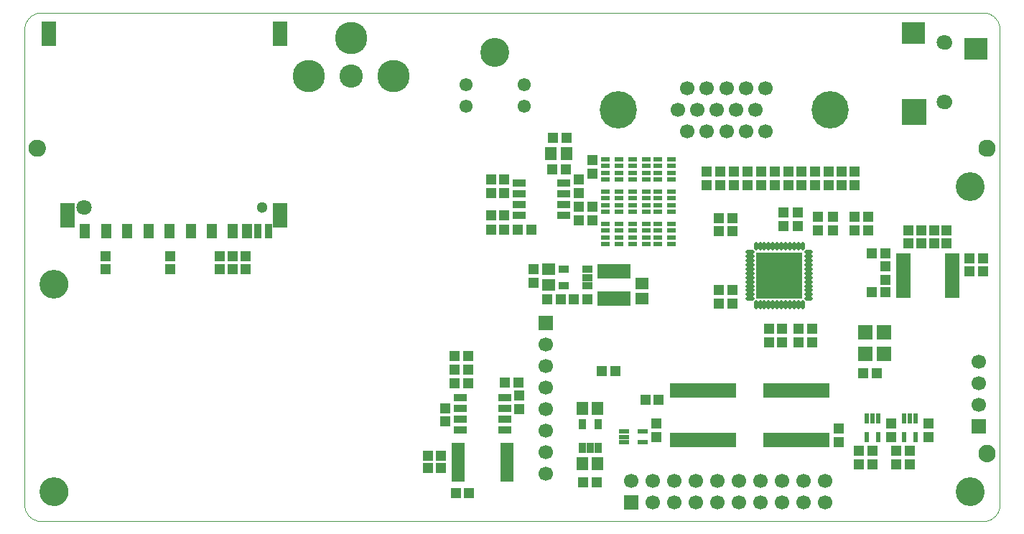
<source format=gts>
G75*
%MOMM*%
%OFA0B0*%
%FSLAX33Y33*%
%IPPOS*%
%LPD*%
%AMOC8*
5,1,8,0,0,1.08239X$1,22.5*
%
%ADD10C,0.000*%
%ADD11C,3.400*%
%ADD12R,1.200X1.150*%
%ADD13R,1.350X1.650*%
%ADD14R,1.700X1.800*%
%ADD15R,1.150X1.200*%
%ADD16R,5.500X5.500*%
%ADD17C,0.500*%
%ADD18R,1.550X0.910*%
%ADD19R,1.200X0.910*%
%ADD20R,1.650X1.350*%
%ADD21R,3.900X1.800*%
%ADD22R,0.650X1.700*%
%ADD23C,1.700*%
%ADD24R,1.700X1.700*%
%ADD25R,1.150X0.600*%
%ADD26C,1.000*%
%ADD27R,1.000X0.600*%
%ADD28C,4.396*%
%ADD29C,3.816*%
%ADD30C,2.750*%
%ADD31R,0.910X1.200*%
%ADD32R,2.750X2.600*%
%ADD33R,2.950X3.100*%
%ADD34C,1.800*%
%ADD35C,3.416*%
%ADD36C,1.550*%
%ADD37R,1.700X0.650*%
%ADD38R,1.700X3.000*%
%ADD39C,1.300*%
%ADD40R,1.200X1.700*%
%ADD41R,0.900X1.700*%
%ADD42R,1.650X0.650*%
%ADD43R,0.600X1.150*%
D10*
X02354Y00354D02*
X113354Y00354D01*
X113441Y00356D01*
X113528Y00362D01*
X113615Y00371D01*
X113701Y00384D01*
X113787Y00401D01*
X113872Y00422D01*
X113955Y00447D01*
X114038Y00475D01*
X114119Y00506D01*
X114199Y00541D01*
X114277Y00580D01*
X114354Y00622D01*
X114429Y00667D01*
X114501Y00716D01*
X114572Y00767D01*
X114640Y00822D01*
X114705Y00879D01*
X114768Y00940D01*
X114829Y01003D01*
X114886Y01068D01*
X114941Y01136D01*
X114992Y01207D01*
X115041Y01279D01*
X115086Y01354D01*
X115128Y01431D01*
X115167Y01509D01*
X115202Y01589D01*
X115233Y01670D01*
X115261Y01753D01*
X115286Y01836D01*
X115307Y01921D01*
X115324Y02007D01*
X115337Y02093D01*
X115346Y02180D01*
X115352Y02267D01*
X115354Y02354D01*
X115354Y58354D01*
X115352Y58441D01*
X115346Y58528D01*
X115337Y58615D01*
X115324Y58701D01*
X115307Y58787D01*
X115286Y58872D01*
X115261Y58955D01*
X115233Y59038D01*
X115202Y59119D01*
X115167Y59199D01*
X115128Y59277D01*
X115086Y59354D01*
X115041Y59429D01*
X114992Y59501D01*
X114941Y59572D01*
X114886Y59640D01*
X114829Y59705D01*
X114768Y59768D01*
X114705Y59829D01*
X114640Y59886D01*
X114572Y59941D01*
X114501Y59992D01*
X114429Y60041D01*
X114354Y60086D01*
X114277Y60128D01*
X114199Y60167D01*
X114119Y60202D01*
X114038Y60233D01*
X113955Y60261D01*
X113872Y60286D01*
X113787Y60307D01*
X113701Y60324D01*
X113615Y60337D01*
X113528Y60346D01*
X113441Y60352D01*
X113354Y60354D01*
X02354Y60354D01*
X02267Y60352D01*
X02180Y60346D01*
X02093Y60337D01*
X02007Y60324D01*
X01921Y60307D01*
X01836Y60286D01*
X01753Y60261D01*
X01670Y60233D01*
X01589Y60202D01*
X01509Y60167D01*
X01431Y60128D01*
X01354Y60086D01*
X01279Y60041D01*
X01207Y59992D01*
X01136Y59941D01*
X01068Y59886D01*
X01003Y59829D01*
X00940Y59768D01*
X00879Y59705D01*
X00822Y59640D01*
X00767Y59572D01*
X00716Y59501D01*
X00667Y59429D01*
X00622Y59354D01*
X00580Y59277D01*
X00541Y59199D01*
X00506Y59119D01*
X00475Y59038D01*
X00447Y58955D01*
X00422Y58872D01*
X00401Y58787D01*
X00384Y58701D01*
X00371Y58615D01*
X00362Y58528D01*
X00356Y58441D01*
X00354Y58354D01*
X00354Y02354D01*
X00356Y02267D01*
X00362Y02180D01*
X00371Y02093D01*
X00384Y02007D01*
X00401Y01921D01*
X00422Y01836D01*
X00447Y01753D01*
X00475Y01670D01*
X00506Y01589D01*
X00541Y01509D01*
X00580Y01431D01*
X00622Y01354D01*
X00667Y01279D01*
X00716Y01207D01*
X00767Y01136D01*
X00822Y01068D01*
X00879Y01003D01*
X00940Y00940D01*
X01003Y00879D01*
X01068Y00822D01*
X01136Y00767D01*
X01207Y00716D01*
X01279Y00667D01*
X01354Y00622D01*
X01431Y00580D01*
X01509Y00541D01*
X01589Y00506D01*
X01670Y00475D01*
X01753Y00447D01*
X01836Y00422D01*
X01921Y00401D01*
X02007Y00384D01*
X02093Y00371D01*
X02180Y00362D01*
X02267Y00356D01*
X02354Y00354D01*
X02254Y03854D02*
X02256Y03934D01*
X02262Y04013D01*
X02272Y04092D01*
X02286Y04171D01*
X02303Y04249D01*
X02325Y04326D01*
X02350Y04401D01*
X02380Y04475D01*
X02412Y04548D01*
X02449Y04619D01*
X02489Y04688D01*
X02532Y04755D01*
X02579Y04820D01*
X02628Y04882D01*
X02681Y04942D01*
X02737Y04999D01*
X02795Y05054D01*
X02856Y05105D01*
X02920Y05153D01*
X02986Y05198D01*
X03054Y05240D01*
X03124Y05278D01*
X03196Y05312D01*
X03269Y05343D01*
X03344Y05371D01*
X03421Y05394D01*
X03498Y05414D01*
X03576Y05430D01*
X03655Y05442D01*
X03734Y05450D01*
X03814Y05454D01*
X03894Y05454D01*
X03974Y05450D01*
X04053Y05442D01*
X04132Y05430D01*
X04210Y05414D01*
X04287Y05394D01*
X04364Y05371D01*
X04439Y05343D01*
X04512Y05312D01*
X04584Y05278D01*
X04654Y05240D01*
X04722Y05198D01*
X04788Y05153D01*
X04852Y05105D01*
X04913Y05054D01*
X04971Y04999D01*
X05027Y04942D01*
X05080Y04882D01*
X05129Y04820D01*
X05176Y04755D01*
X05219Y04688D01*
X05259Y04619D01*
X05296Y04548D01*
X05328Y04475D01*
X05358Y04401D01*
X05383Y04326D01*
X05405Y04249D01*
X05422Y04171D01*
X05436Y04092D01*
X05446Y04013D01*
X05452Y03934D01*
X05454Y03854D01*
X05452Y03774D01*
X05446Y03695D01*
X05436Y03616D01*
X05422Y03537D01*
X05405Y03459D01*
X05383Y03382D01*
X05358Y03307D01*
X05328Y03233D01*
X05296Y03160D01*
X05259Y03089D01*
X05219Y03020D01*
X05176Y02953D01*
X05129Y02888D01*
X05080Y02826D01*
X05027Y02766D01*
X04971Y02709D01*
X04913Y02654D01*
X04852Y02603D01*
X04788Y02555D01*
X04722Y02510D01*
X04654Y02468D01*
X04584Y02430D01*
X04512Y02396D01*
X04439Y02365D01*
X04364Y02337D01*
X04287Y02314D01*
X04210Y02294D01*
X04132Y02278D01*
X04053Y02266D01*
X03974Y02258D01*
X03894Y02254D01*
X03814Y02254D01*
X03734Y02258D01*
X03655Y02266D01*
X03576Y02278D01*
X03498Y02294D01*
X03421Y02314D01*
X03344Y02337D01*
X03269Y02365D01*
X03196Y02396D01*
X03124Y02430D01*
X03054Y02468D01*
X02986Y02510D01*
X02920Y02555D01*
X02856Y02603D01*
X02795Y02654D01*
X02737Y02709D01*
X02681Y02766D01*
X02628Y02826D01*
X02579Y02888D01*
X02532Y02953D01*
X02489Y03020D01*
X02449Y03089D01*
X02412Y03160D01*
X02380Y03233D01*
X02350Y03307D01*
X02325Y03382D01*
X02303Y03459D01*
X02286Y03537D01*
X02272Y03616D01*
X02262Y03695D01*
X02256Y03774D01*
X02254Y03854D01*
X02254Y28354D02*
X02256Y28434D01*
X02262Y28513D01*
X02272Y28592D01*
X02286Y28671D01*
X02303Y28749D01*
X02325Y28826D01*
X02350Y28901D01*
X02380Y28975D01*
X02412Y29048D01*
X02449Y29119D01*
X02489Y29188D01*
X02532Y29255D01*
X02579Y29320D01*
X02628Y29382D01*
X02681Y29442D01*
X02737Y29499D01*
X02795Y29554D01*
X02856Y29605D01*
X02920Y29653D01*
X02986Y29698D01*
X03054Y29740D01*
X03124Y29778D01*
X03196Y29812D01*
X03269Y29843D01*
X03344Y29871D01*
X03421Y29894D01*
X03498Y29914D01*
X03576Y29930D01*
X03655Y29942D01*
X03734Y29950D01*
X03814Y29954D01*
X03894Y29954D01*
X03974Y29950D01*
X04053Y29942D01*
X04132Y29930D01*
X04210Y29914D01*
X04287Y29894D01*
X04364Y29871D01*
X04439Y29843D01*
X04512Y29812D01*
X04584Y29778D01*
X04654Y29740D01*
X04722Y29698D01*
X04788Y29653D01*
X04852Y29605D01*
X04913Y29554D01*
X04971Y29499D01*
X05027Y29442D01*
X05080Y29382D01*
X05129Y29320D01*
X05176Y29255D01*
X05219Y29188D01*
X05259Y29119D01*
X05296Y29048D01*
X05328Y28975D01*
X05358Y28901D01*
X05383Y28826D01*
X05405Y28749D01*
X05422Y28671D01*
X05436Y28592D01*
X05446Y28513D01*
X05452Y28434D01*
X05454Y28354D01*
X05452Y28274D01*
X05446Y28195D01*
X05436Y28116D01*
X05422Y28037D01*
X05405Y27959D01*
X05383Y27882D01*
X05358Y27807D01*
X05328Y27733D01*
X05296Y27660D01*
X05259Y27589D01*
X05219Y27520D01*
X05176Y27453D01*
X05129Y27388D01*
X05080Y27326D01*
X05027Y27266D01*
X04971Y27209D01*
X04913Y27154D01*
X04852Y27103D01*
X04788Y27055D01*
X04722Y27010D01*
X04654Y26968D01*
X04584Y26930D01*
X04512Y26896D01*
X04439Y26865D01*
X04364Y26837D01*
X04287Y26814D01*
X04210Y26794D01*
X04132Y26778D01*
X04053Y26766D01*
X03974Y26758D01*
X03894Y26754D01*
X03814Y26754D01*
X03734Y26758D01*
X03655Y26766D01*
X03576Y26778D01*
X03498Y26794D01*
X03421Y26814D01*
X03344Y26837D01*
X03269Y26865D01*
X03196Y26896D01*
X03124Y26930D01*
X03054Y26968D01*
X02986Y27010D01*
X02920Y27055D01*
X02856Y27103D01*
X02795Y27154D01*
X02737Y27209D01*
X02681Y27266D01*
X02628Y27326D01*
X02579Y27388D01*
X02532Y27453D01*
X02489Y27520D01*
X02449Y27589D01*
X02412Y27660D01*
X02380Y27733D01*
X02350Y27807D01*
X02325Y27882D01*
X02303Y27959D01*
X02286Y28037D01*
X02272Y28116D01*
X02262Y28195D01*
X02256Y28274D01*
X02254Y28354D01*
X06554Y37404D02*
X06556Y37460D01*
X06562Y37517D01*
X06572Y37572D01*
X06586Y37627D01*
X06603Y37681D01*
X06625Y37733D01*
X06650Y37783D01*
X06678Y37832D01*
X06710Y37879D01*
X06745Y37923D01*
X06783Y37965D01*
X06824Y38004D01*
X06868Y38039D01*
X06914Y38072D01*
X06962Y38101D01*
X07012Y38127D01*
X07064Y38150D01*
X07118Y38168D01*
X07172Y38183D01*
X07227Y38194D01*
X07283Y38201D01*
X07340Y38204D01*
X07396Y38203D01*
X07453Y38198D01*
X07508Y38189D01*
X07563Y38176D01*
X07617Y38159D01*
X07670Y38139D01*
X07721Y38115D01*
X07770Y38087D01*
X07817Y38056D01*
X07862Y38022D01*
X07905Y37984D01*
X07944Y37944D01*
X07981Y37901D01*
X08014Y37856D01*
X08044Y37808D01*
X08071Y37758D01*
X08094Y37707D01*
X08114Y37654D01*
X08130Y37600D01*
X08142Y37544D01*
X08150Y37489D01*
X08154Y37432D01*
X08154Y37376D01*
X08150Y37319D01*
X08142Y37264D01*
X08130Y37208D01*
X08114Y37154D01*
X08094Y37101D01*
X08071Y37050D01*
X08044Y37000D01*
X08014Y36952D01*
X07981Y36907D01*
X07944Y36864D01*
X07905Y36824D01*
X07862Y36786D01*
X07817Y36752D01*
X07770Y36721D01*
X07721Y36693D01*
X07670Y36669D01*
X07617Y36649D01*
X07563Y36632D01*
X07508Y36619D01*
X07453Y36610D01*
X07396Y36605D01*
X07340Y36604D01*
X07283Y36607D01*
X07227Y36614D01*
X07172Y36625D01*
X07118Y36640D01*
X07064Y36658D01*
X07012Y36681D01*
X06962Y36707D01*
X06914Y36736D01*
X06868Y36769D01*
X06824Y36804D01*
X06783Y36843D01*
X06745Y36885D01*
X06710Y36929D01*
X06678Y36976D01*
X06650Y37025D01*
X06625Y37075D01*
X06603Y37127D01*
X06586Y37181D01*
X06572Y37236D01*
X06562Y37291D01*
X06556Y37348D01*
X06554Y37404D01*
X27804Y37404D02*
X27806Y37451D01*
X27812Y37497D01*
X27822Y37543D01*
X27835Y37587D01*
X27853Y37631D01*
X27874Y37672D01*
X27898Y37712D01*
X27926Y37750D01*
X27957Y37785D01*
X27991Y37817D01*
X28027Y37846D01*
X28066Y37872D01*
X28106Y37895D01*
X28149Y37914D01*
X28193Y37930D01*
X28238Y37942D01*
X28284Y37950D01*
X28331Y37954D01*
X28377Y37954D01*
X28424Y37950D01*
X28470Y37942D01*
X28515Y37930D01*
X28559Y37914D01*
X28602Y37895D01*
X28642Y37872D01*
X28681Y37846D01*
X28717Y37817D01*
X28751Y37785D01*
X28782Y37750D01*
X28810Y37712D01*
X28834Y37672D01*
X28855Y37631D01*
X28873Y37587D01*
X28886Y37543D01*
X28896Y37497D01*
X28902Y37451D01*
X28904Y37404D01*
X28902Y37357D01*
X28896Y37311D01*
X28886Y37265D01*
X28873Y37221D01*
X28855Y37177D01*
X28834Y37136D01*
X28810Y37096D01*
X28782Y37058D01*
X28751Y37023D01*
X28717Y36991D01*
X28681Y36962D01*
X28642Y36936D01*
X28602Y36913D01*
X28559Y36894D01*
X28515Y36878D01*
X28470Y36866D01*
X28424Y36858D01*
X28377Y36854D01*
X28331Y36854D01*
X28284Y36858D01*
X28238Y36866D01*
X28193Y36878D01*
X28149Y36894D01*
X28106Y36913D01*
X28066Y36936D01*
X28027Y36962D01*
X27991Y36991D01*
X27957Y37023D01*
X27926Y37058D01*
X27898Y37096D01*
X27874Y37136D01*
X27853Y37177D01*
X27835Y37221D01*
X27822Y37265D01*
X27812Y37311D01*
X27806Y37357D01*
X27804Y37404D01*
X108054Y49854D02*
X108056Y49910D01*
X108062Y49967D01*
X108072Y50022D01*
X108086Y50077D01*
X108103Y50131D01*
X108125Y50183D01*
X108150Y50233D01*
X108178Y50282D01*
X108210Y50329D01*
X108245Y50373D01*
X108283Y50415D01*
X108324Y50454D01*
X108368Y50489D01*
X108414Y50522D01*
X108462Y50551D01*
X108512Y50577D01*
X108564Y50600D01*
X108618Y50618D01*
X108672Y50633D01*
X108727Y50644D01*
X108783Y50651D01*
X108840Y50654D01*
X108896Y50653D01*
X108953Y50648D01*
X109008Y50639D01*
X109063Y50626D01*
X109117Y50609D01*
X109170Y50589D01*
X109221Y50565D01*
X109270Y50537D01*
X109317Y50506D01*
X109362Y50472D01*
X109405Y50434D01*
X109444Y50394D01*
X109481Y50351D01*
X109514Y50306D01*
X109544Y50258D01*
X109571Y50208D01*
X109594Y50157D01*
X109614Y50104D01*
X109630Y50050D01*
X109642Y49994D01*
X109650Y49939D01*
X109654Y49882D01*
X109654Y49826D01*
X109650Y49769D01*
X109642Y49714D01*
X109630Y49658D01*
X109614Y49604D01*
X109594Y49551D01*
X109571Y49500D01*
X109544Y49450D01*
X109514Y49402D01*
X109481Y49357D01*
X109444Y49314D01*
X109405Y49274D01*
X109362Y49236D01*
X109317Y49202D01*
X109270Y49171D01*
X109221Y49143D01*
X109170Y49119D01*
X109117Y49099D01*
X109063Y49082D01*
X109008Y49069D01*
X108953Y49060D01*
X108896Y49055D01*
X108840Y49054D01*
X108783Y49057D01*
X108727Y49064D01*
X108672Y49075D01*
X108618Y49090D01*
X108564Y49108D01*
X108512Y49131D01*
X108462Y49157D01*
X108414Y49186D01*
X108368Y49219D01*
X108324Y49254D01*
X108283Y49293D01*
X108245Y49335D01*
X108210Y49379D01*
X108178Y49426D01*
X108150Y49475D01*
X108125Y49525D01*
X108103Y49577D01*
X108086Y49631D01*
X108072Y49686D01*
X108062Y49741D01*
X108056Y49798D01*
X108054Y49854D01*
X108054Y56854D02*
X108056Y56910D01*
X108062Y56967D01*
X108072Y57022D01*
X108086Y57077D01*
X108103Y57131D01*
X108125Y57183D01*
X108150Y57233D01*
X108178Y57282D01*
X108210Y57329D01*
X108245Y57373D01*
X108283Y57415D01*
X108324Y57454D01*
X108368Y57489D01*
X108414Y57522D01*
X108462Y57551D01*
X108512Y57577D01*
X108564Y57600D01*
X108618Y57618D01*
X108672Y57633D01*
X108727Y57644D01*
X108783Y57651D01*
X108840Y57654D01*
X108896Y57653D01*
X108953Y57648D01*
X109008Y57639D01*
X109063Y57626D01*
X109117Y57609D01*
X109170Y57589D01*
X109221Y57565D01*
X109270Y57537D01*
X109317Y57506D01*
X109362Y57472D01*
X109405Y57434D01*
X109444Y57394D01*
X109481Y57351D01*
X109514Y57306D01*
X109544Y57258D01*
X109571Y57208D01*
X109594Y57157D01*
X109614Y57104D01*
X109630Y57050D01*
X109642Y56994D01*
X109650Y56939D01*
X109654Y56882D01*
X109654Y56826D01*
X109650Y56769D01*
X109642Y56714D01*
X109630Y56658D01*
X109614Y56604D01*
X109594Y56551D01*
X109571Y56500D01*
X109544Y56450D01*
X109514Y56402D01*
X109481Y56357D01*
X109444Y56314D01*
X109405Y56274D01*
X109362Y56236D01*
X109317Y56202D01*
X109270Y56171D01*
X109221Y56143D01*
X109170Y56119D01*
X109117Y56099D01*
X109063Y56082D01*
X109008Y56069D01*
X108953Y56060D01*
X108896Y56055D01*
X108840Y56054D01*
X108783Y56057D01*
X108727Y56064D01*
X108672Y56075D01*
X108618Y56090D01*
X108564Y56108D01*
X108512Y56131D01*
X108462Y56157D01*
X108414Y56186D01*
X108368Y56219D01*
X108324Y56254D01*
X108283Y56293D01*
X108245Y56335D01*
X108210Y56379D01*
X108178Y56426D01*
X108150Y56475D01*
X108125Y56525D01*
X108103Y56577D01*
X108086Y56631D01*
X108072Y56686D01*
X108062Y56741D01*
X108056Y56798D01*
X108054Y56854D01*
X110254Y39854D02*
X110256Y39934D01*
X110262Y40013D01*
X110272Y40092D01*
X110286Y40171D01*
X110303Y40249D01*
X110325Y40326D01*
X110350Y40401D01*
X110380Y40475D01*
X110412Y40548D01*
X110449Y40619D01*
X110489Y40688D01*
X110532Y40755D01*
X110579Y40820D01*
X110628Y40882D01*
X110681Y40942D01*
X110737Y40999D01*
X110795Y41054D01*
X110856Y41105D01*
X110920Y41153D01*
X110986Y41198D01*
X111054Y41240D01*
X111124Y41278D01*
X111196Y41312D01*
X111269Y41343D01*
X111344Y41371D01*
X111421Y41394D01*
X111498Y41414D01*
X111576Y41430D01*
X111655Y41442D01*
X111734Y41450D01*
X111814Y41454D01*
X111894Y41454D01*
X111974Y41450D01*
X112053Y41442D01*
X112132Y41430D01*
X112210Y41414D01*
X112287Y41394D01*
X112364Y41371D01*
X112439Y41343D01*
X112512Y41312D01*
X112584Y41278D01*
X112654Y41240D01*
X112722Y41198D01*
X112788Y41153D01*
X112852Y41105D01*
X112913Y41054D01*
X112971Y40999D01*
X113027Y40942D01*
X113080Y40882D01*
X113129Y40820D01*
X113176Y40755D01*
X113219Y40688D01*
X113259Y40619D01*
X113296Y40548D01*
X113328Y40475D01*
X113358Y40401D01*
X113383Y40326D01*
X113405Y40249D01*
X113422Y40171D01*
X113436Y40092D01*
X113446Y40013D01*
X113452Y39934D01*
X113454Y39854D01*
X113452Y39774D01*
X113446Y39695D01*
X113436Y39616D01*
X113422Y39537D01*
X113405Y39459D01*
X113383Y39382D01*
X113358Y39307D01*
X113328Y39233D01*
X113296Y39160D01*
X113259Y39089D01*
X113219Y39020D01*
X113176Y38953D01*
X113129Y38888D01*
X113080Y38826D01*
X113027Y38766D01*
X112971Y38709D01*
X112913Y38654D01*
X112852Y38603D01*
X112788Y38555D01*
X112722Y38510D01*
X112654Y38468D01*
X112584Y38430D01*
X112512Y38396D01*
X112439Y38365D01*
X112364Y38337D01*
X112287Y38314D01*
X112210Y38294D01*
X112132Y38278D01*
X112053Y38266D01*
X111974Y38258D01*
X111894Y38254D01*
X111814Y38254D01*
X111734Y38258D01*
X111655Y38266D01*
X111576Y38278D01*
X111498Y38294D01*
X111421Y38314D01*
X111344Y38337D01*
X111269Y38365D01*
X111196Y38396D01*
X111124Y38430D01*
X111054Y38468D01*
X110986Y38510D01*
X110920Y38555D01*
X110856Y38603D01*
X110795Y38654D01*
X110737Y38709D01*
X110681Y38766D01*
X110628Y38826D01*
X110579Y38888D01*
X110532Y38953D01*
X110489Y39020D01*
X110449Y39089D01*
X110412Y39160D01*
X110380Y39233D01*
X110350Y39307D01*
X110325Y39382D01*
X110303Y39459D01*
X110286Y39537D01*
X110272Y39616D01*
X110262Y39695D01*
X110256Y39774D01*
X110254Y39854D01*
X110254Y03854D02*
X110256Y03934D01*
X110262Y04013D01*
X110272Y04092D01*
X110286Y04171D01*
X110303Y04249D01*
X110325Y04326D01*
X110350Y04401D01*
X110380Y04475D01*
X110412Y04548D01*
X110449Y04619D01*
X110489Y04688D01*
X110532Y04755D01*
X110579Y04820D01*
X110628Y04882D01*
X110681Y04942D01*
X110737Y04999D01*
X110795Y05054D01*
X110856Y05105D01*
X110920Y05153D01*
X110986Y05198D01*
X111054Y05240D01*
X111124Y05278D01*
X111196Y05312D01*
X111269Y05343D01*
X111344Y05371D01*
X111421Y05394D01*
X111498Y05414D01*
X111576Y05430D01*
X111655Y05442D01*
X111734Y05450D01*
X111814Y05454D01*
X111894Y05454D01*
X111974Y05450D01*
X112053Y05442D01*
X112132Y05430D01*
X112210Y05414D01*
X112287Y05394D01*
X112364Y05371D01*
X112439Y05343D01*
X112512Y05312D01*
X112584Y05278D01*
X112654Y05240D01*
X112722Y05198D01*
X112788Y05153D01*
X112852Y05105D01*
X112913Y05054D01*
X112971Y04999D01*
X113027Y04942D01*
X113080Y04882D01*
X113129Y04820D01*
X113176Y04755D01*
X113219Y04688D01*
X113259Y04619D01*
X113296Y04548D01*
X113328Y04475D01*
X113358Y04401D01*
X113383Y04326D01*
X113405Y04249D01*
X113422Y04171D01*
X113436Y04092D01*
X113446Y04013D01*
X113452Y03934D01*
X113454Y03854D01*
X113452Y03774D01*
X113446Y03695D01*
X113436Y03616D01*
X113422Y03537D01*
X113405Y03459D01*
X113383Y03382D01*
X113358Y03307D01*
X113328Y03233D01*
X113296Y03160D01*
X113259Y03089D01*
X113219Y03020D01*
X113176Y02953D01*
X113129Y02888D01*
X113080Y02826D01*
X113027Y02766D01*
X112971Y02709D01*
X112913Y02654D01*
X112852Y02603D01*
X112788Y02555D01*
X112722Y02510D01*
X112654Y02468D01*
X112584Y02430D01*
X112512Y02396D01*
X112439Y02365D01*
X112364Y02337D01*
X112287Y02314D01*
X112210Y02294D01*
X112132Y02278D01*
X112053Y02266D01*
X111974Y02258D01*
X111894Y02254D01*
X111814Y02254D01*
X111734Y02258D01*
X111655Y02266D01*
X111576Y02278D01*
X111498Y02294D01*
X111421Y02314D01*
X111344Y02337D01*
X111269Y02365D01*
X111196Y02396D01*
X111124Y02430D01*
X111054Y02468D01*
X110986Y02510D01*
X110920Y02555D01*
X110856Y02603D01*
X110795Y02654D01*
X110737Y02709D01*
X110681Y02766D01*
X110628Y02826D01*
X110579Y02888D01*
X110532Y02953D01*
X110489Y03020D01*
X110449Y03089D01*
X110412Y03160D01*
X110380Y03233D01*
X110350Y03307D01*
X110325Y03382D01*
X110303Y03459D01*
X110286Y03537D01*
X110272Y03616D01*
X110262Y03695D01*
X110256Y03774D01*
X110254Y03854D01*
D11*
X111854Y03854D03*
X111854Y39854D03*
X03854Y28354D03*
X03854Y03854D03*
D12*
X09904Y30054D03*
X09904Y31654D03*
X17504Y31654D03*
X17504Y30054D03*
X23404Y30054D03*
X24904Y30054D03*
X26404Y30054D03*
X26404Y31654D03*
X24904Y31654D03*
X23404Y31654D03*
X50004Y13704D03*
X50004Y12104D03*
X58654Y13554D03*
X58654Y15154D03*
X74854Y11904D03*
X74854Y10304D03*
X88154Y21454D03*
X89654Y21454D03*
X91654Y21454D03*
X93204Y21454D03*
X93204Y23054D03*
X91654Y23054D03*
X89654Y23054D03*
X88154Y23054D03*
X101904Y28854D03*
X101904Y30454D03*
X104604Y33104D03*
X106104Y33104D03*
X107604Y33104D03*
X109104Y33104D03*
X109104Y34704D03*
X107604Y34704D03*
X106104Y34704D03*
X104604Y34704D03*
X99804Y34704D03*
X99804Y36304D03*
X98204Y36304D03*
X98204Y34704D03*
X95654Y34704D03*
X93954Y34704D03*
X93954Y36304D03*
X95654Y36304D03*
X91554Y36804D03*
X91554Y35204D03*
X89854Y35204D03*
X89854Y36804D03*
X90404Y40004D03*
X92004Y40004D03*
X93604Y40004D03*
X93604Y41604D03*
X92004Y41604D03*
X90404Y41604D03*
X88804Y41604D03*
X87204Y41604D03*
X87204Y40004D03*
X88804Y40004D03*
X85604Y40004D03*
X84004Y40004D03*
X82404Y40004D03*
X82404Y41604D03*
X84004Y41604D03*
X85604Y41604D03*
X80804Y41604D03*
X80804Y40004D03*
X67354Y41354D03*
X67354Y42954D03*
X65754Y40654D03*
X65754Y39054D03*
X65754Y37454D03*
X65754Y35854D03*
X67354Y35854D03*
X67354Y37454D03*
X60354Y30054D03*
X60354Y28454D03*
X56954Y39104D03*
X55354Y39104D03*
X55354Y40704D03*
X56954Y40704D03*
X95204Y40004D03*
X96704Y40004D03*
X98204Y40004D03*
X98204Y41604D03*
X96704Y41604D03*
X95204Y41604D03*
X102554Y11854D03*
X102554Y10254D03*
X103154Y08654D03*
X104754Y08654D03*
X104754Y07054D03*
X103154Y07054D03*
X100354Y07054D03*
X98754Y07054D03*
X98754Y08654D03*
X100354Y08654D03*
X96354Y09704D03*
X96354Y11304D03*
X106954Y11854D03*
X106954Y10254D03*
D13*
X67954Y07154D03*
X66154Y07154D03*
X66154Y13654D03*
X67954Y13654D03*
X64254Y43754D03*
X62454Y43754D03*
D14*
X99503Y22624D03*
X101703Y22624D03*
X101703Y20084D03*
X99503Y20084D03*
D15*
X99254Y17804D03*
X100854Y17804D03*
X100304Y27354D03*
X101904Y27354D03*
X101904Y31954D03*
X100304Y31954D03*
X111804Y31354D03*
X111804Y29854D03*
X113404Y29854D03*
X113404Y31354D03*
X83854Y34554D03*
X82254Y34554D03*
X82254Y36104D03*
X83854Y36104D03*
X83854Y27604D03*
X82254Y27604D03*
X82254Y26004D03*
X83854Y26004D03*
X70004Y18104D03*
X68404Y18104D03*
X73554Y14654D03*
X75154Y14654D03*
X67854Y04954D03*
X66254Y04954D03*
X52804Y03704D03*
X51204Y03704D03*
X49504Y06604D03*
X47904Y06604D03*
X47904Y08104D03*
X49504Y08104D03*
X51054Y16654D03*
X52654Y16654D03*
X52654Y18254D03*
X51054Y18254D03*
X51054Y19854D03*
X52654Y19854D03*
X57004Y16704D03*
X58604Y16704D03*
X62004Y26504D03*
X63604Y26504D03*
X65154Y26504D03*
X66754Y26504D03*
X60154Y34754D03*
X58554Y34754D03*
X56954Y34754D03*
X55354Y34754D03*
X55354Y36404D03*
X56954Y36404D03*
X62554Y41904D03*
X64154Y41904D03*
X64254Y45604D03*
X62654Y45604D03*
D16*
X89354Y29354D03*
D17*
X86179Y29104D02*
X85629Y29104D01*
X85629Y28604D02*
X86179Y28604D01*
X86179Y28104D02*
X85629Y28104D01*
X85629Y27604D02*
X86179Y27604D01*
X86179Y27104D02*
X85629Y27104D01*
X85629Y26604D02*
X86179Y26604D01*
X86604Y26179D02*
X86604Y25629D01*
X87104Y25629D02*
X87104Y26179D01*
X87604Y26179D02*
X87604Y25629D01*
X88104Y25629D02*
X88104Y26179D01*
X88604Y26179D02*
X88604Y25629D01*
X89104Y25629D02*
X89104Y26179D01*
X89604Y26179D02*
X89604Y25629D01*
X90104Y25629D02*
X90104Y26179D01*
X90604Y26179D02*
X90604Y25629D01*
X91104Y25629D02*
X91104Y26179D01*
X91604Y26179D02*
X91604Y25629D01*
X92104Y25629D02*
X92104Y26179D01*
X92529Y26604D02*
X93079Y26604D01*
X93079Y27104D02*
X92529Y27104D01*
X92529Y27604D02*
X93079Y27604D01*
X93079Y28104D02*
X92529Y28104D01*
X92529Y28604D02*
X93079Y28604D01*
X93079Y29104D02*
X92529Y29104D01*
X92529Y29604D02*
X93079Y29604D01*
X93079Y30104D02*
X92529Y30104D01*
X92529Y30604D02*
X93079Y30604D01*
X93079Y31104D02*
X92529Y31104D01*
X92529Y31604D02*
X93079Y31604D01*
X93079Y32104D02*
X92529Y32104D01*
X92104Y32529D02*
X92104Y33079D01*
X91604Y33079D02*
X91604Y32529D01*
X91104Y32529D02*
X91104Y33079D01*
X90604Y33079D02*
X90604Y32529D01*
X90104Y32529D02*
X90104Y33079D01*
X89604Y33079D02*
X89604Y32529D01*
X89104Y32529D02*
X89104Y33079D01*
X88604Y33079D02*
X88604Y32529D01*
X88104Y32529D02*
X88104Y33079D01*
X87604Y33079D02*
X87604Y32529D01*
X87104Y32529D02*
X87104Y33079D01*
X86604Y33079D02*
X86604Y32529D01*
X86179Y32104D02*
X85629Y32104D01*
X85629Y31604D02*
X86179Y31604D01*
X86179Y31104D02*
X85629Y31104D01*
X85629Y30604D02*
X86179Y30604D01*
X86179Y30104D02*
X85629Y30104D01*
X85629Y29604D02*
X86179Y29604D01*
D18*
X63979Y36449D03*
X63979Y37719D03*
X63979Y38989D03*
X63979Y40259D03*
X58729Y40259D03*
X58729Y38989D03*
X58729Y37719D03*
X58729Y36449D03*
X56979Y14959D03*
X56979Y13689D03*
X56979Y12419D03*
X56979Y11149D03*
X51729Y11149D03*
X51729Y12419D03*
X51729Y13689D03*
X51729Y14959D03*
D19*
X63954Y28154D03*
X66754Y28154D03*
X66754Y29104D03*
X66754Y30054D03*
X63954Y30054D03*
D20*
X62154Y30054D03*
X62154Y28254D03*
X73204Y28404D03*
X73204Y26604D03*
D21*
X69854Y26604D03*
X69854Y29804D03*
D22*
X76779Y15754D03*
X77429Y15754D03*
X78079Y15754D03*
X78729Y15754D03*
X79379Y15754D03*
X80029Y15754D03*
X80679Y15754D03*
X81329Y15754D03*
X81979Y15754D03*
X82629Y15754D03*
X83279Y15754D03*
X83929Y15754D03*
X87779Y15754D03*
X88429Y15754D03*
X89079Y15754D03*
X89729Y15754D03*
X90379Y15754D03*
X91029Y15754D03*
X91679Y15754D03*
X92329Y15754D03*
X92979Y15754D03*
X93629Y15754D03*
X94279Y15754D03*
X94929Y15754D03*
X94929Y09954D03*
X94279Y09954D03*
X93629Y09954D03*
X92979Y09954D03*
X92329Y09954D03*
X91679Y09954D03*
X91029Y09954D03*
X90379Y09954D03*
X89729Y09954D03*
X89079Y09954D03*
X88429Y09954D03*
X87779Y09954D03*
X83929Y09954D03*
X83279Y09954D03*
X82629Y09954D03*
X81979Y09954D03*
X81329Y09954D03*
X80679Y09954D03*
X80029Y09954D03*
X79379Y09954D03*
X78729Y09954D03*
X78079Y09954D03*
X77429Y09954D03*
X76779Y09954D03*
D23*
X77004Y05124D03*
X74464Y05124D03*
X71924Y05124D03*
X74464Y02584D03*
X77004Y02584D03*
X79544Y02584D03*
X82084Y02584D03*
X82084Y05124D03*
X79544Y05124D03*
X84624Y05124D03*
X87164Y05124D03*
X89704Y05124D03*
X92244Y05124D03*
X94784Y05124D03*
X94784Y02584D03*
X92244Y02584D03*
X89704Y02584D03*
X87164Y02584D03*
X84624Y02584D03*
X61854Y05964D03*
X61854Y08504D03*
X61854Y11044D03*
X61854Y13584D03*
X61854Y16124D03*
X61854Y18664D03*
X61854Y21204D03*
X78539Y46384D03*
X80829Y46384D03*
X83119Y46384D03*
X85409Y46384D03*
X87699Y46384D03*
X86559Y48924D03*
X84269Y48924D03*
X81979Y48924D03*
X79689Y48924D03*
X77399Y48924D03*
X78539Y51464D03*
X80829Y51464D03*
X83119Y51464D03*
X85409Y51464D03*
X87699Y51464D03*
X112854Y19164D03*
X112854Y16624D03*
X112854Y14084D03*
D24*
X112854Y11544D03*
X71924Y02584D03*
X61854Y23744D03*
D25*
X71054Y10954D03*
X71054Y10304D03*
X71054Y09654D03*
X73254Y09654D03*
X73254Y10954D03*
D26*
X113354Y08354D02*
X113356Y08398D01*
X113362Y08442D01*
X113372Y08485D01*
X113385Y08527D01*
X113402Y08568D01*
X113423Y08607D01*
X113447Y08644D01*
X113474Y08679D01*
X113504Y08711D01*
X113537Y08741D01*
X113573Y08767D01*
X113610Y08791D01*
X113650Y08810D01*
X113691Y08827D01*
X113734Y08839D01*
X113777Y08848D01*
X113821Y08853D01*
X113865Y08854D01*
X113909Y08851D01*
X113953Y08844D01*
X113996Y08833D01*
X114038Y08819D01*
X114078Y08801D01*
X114117Y08779D01*
X114153Y08755D01*
X114187Y08727D01*
X114219Y08696D01*
X114248Y08662D01*
X114274Y08626D01*
X114296Y08588D01*
X114315Y08548D01*
X114330Y08506D01*
X114342Y08464D01*
X114350Y08420D01*
X114354Y08376D01*
X114354Y08332D01*
X114350Y08288D01*
X114342Y08244D01*
X114330Y08202D01*
X114315Y08160D01*
X114296Y08120D01*
X114274Y08082D01*
X114248Y08046D01*
X114219Y08012D01*
X114187Y07981D01*
X114153Y07953D01*
X114117Y07929D01*
X114078Y07907D01*
X114038Y07889D01*
X113996Y07875D01*
X113953Y07864D01*
X113909Y07857D01*
X113865Y07854D01*
X113821Y07855D01*
X113777Y07860D01*
X113734Y07869D01*
X113691Y07881D01*
X113650Y07898D01*
X113610Y07917D01*
X113573Y07941D01*
X113537Y07967D01*
X113504Y07997D01*
X113474Y08029D01*
X113447Y08064D01*
X113423Y08101D01*
X113402Y08140D01*
X113385Y08181D01*
X113372Y08223D01*
X113362Y08266D01*
X113356Y08310D01*
X113354Y08354D01*
X113354Y44354D02*
X113356Y44398D01*
X113362Y44442D01*
X113372Y44485D01*
X113385Y44527D01*
X113402Y44568D01*
X113423Y44607D01*
X113447Y44644D01*
X113474Y44679D01*
X113504Y44711D01*
X113537Y44741D01*
X113573Y44767D01*
X113610Y44791D01*
X113650Y44810D01*
X113691Y44827D01*
X113734Y44839D01*
X113777Y44848D01*
X113821Y44853D01*
X113865Y44854D01*
X113909Y44851D01*
X113953Y44844D01*
X113996Y44833D01*
X114038Y44819D01*
X114078Y44801D01*
X114117Y44779D01*
X114153Y44755D01*
X114187Y44727D01*
X114219Y44696D01*
X114248Y44662D01*
X114274Y44626D01*
X114296Y44588D01*
X114315Y44548D01*
X114330Y44506D01*
X114342Y44464D01*
X114350Y44420D01*
X114354Y44376D01*
X114354Y44332D01*
X114350Y44288D01*
X114342Y44244D01*
X114330Y44202D01*
X114315Y44160D01*
X114296Y44120D01*
X114274Y44082D01*
X114248Y44046D01*
X114219Y44012D01*
X114187Y43981D01*
X114153Y43953D01*
X114117Y43929D01*
X114078Y43907D01*
X114038Y43889D01*
X113996Y43875D01*
X113953Y43864D01*
X113909Y43857D01*
X113865Y43854D01*
X113821Y43855D01*
X113777Y43860D01*
X113734Y43869D01*
X113691Y43881D01*
X113650Y43898D01*
X113610Y43917D01*
X113573Y43941D01*
X113537Y43967D01*
X113504Y43997D01*
X113474Y44029D01*
X113447Y44064D01*
X113423Y44101D01*
X113402Y44140D01*
X113385Y44181D01*
X113372Y44223D01*
X113362Y44266D01*
X113356Y44310D01*
X113354Y44354D01*
X01354Y44354D02*
X01356Y44398D01*
X01362Y44442D01*
X01372Y44485D01*
X01385Y44527D01*
X01402Y44568D01*
X01423Y44607D01*
X01447Y44644D01*
X01474Y44679D01*
X01504Y44711D01*
X01537Y44741D01*
X01573Y44767D01*
X01610Y44791D01*
X01650Y44810D01*
X01691Y44827D01*
X01734Y44839D01*
X01777Y44848D01*
X01821Y44853D01*
X01865Y44854D01*
X01909Y44851D01*
X01953Y44844D01*
X01996Y44833D01*
X02038Y44819D01*
X02078Y44801D01*
X02117Y44779D01*
X02153Y44755D01*
X02187Y44727D01*
X02219Y44696D01*
X02248Y44662D01*
X02274Y44626D01*
X02296Y44588D01*
X02315Y44548D01*
X02330Y44506D01*
X02342Y44464D01*
X02350Y44420D01*
X02354Y44376D01*
X02354Y44332D01*
X02350Y44288D01*
X02342Y44244D01*
X02330Y44202D01*
X02315Y44160D01*
X02296Y44120D01*
X02274Y44082D01*
X02248Y44046D01*
X02219Y44012D01*
X02187Y43981D01*
X02153Y43953D01*
X02117Y43929D01*
X02078Y43907D01*
X02038Y43889D01*
X01996Y43875D01*
X01953Y43864D01*
X01909Y43857D01*
X01865Y43854D01*
X01821Y43855D01*
X01777Y43860D01*
X01734Y43869D01*
X01691Y43881D01*
X01650Y43898D01*
X01610Y43917D01*
X01573Y43941D01*
X01537Y43967D01*
X01504Y43997D01*
X01474Y44029D01*
X01447Y44064D01*
X01423Y44101D01*
X01402Y44140D01*
X01385Y44181D01*
X01372Y44223D01*
X01362Y44266D01*
X01356Y44310D01*
X01354Y44354D01*
D27*
X68854Y43054D03*
X68854Y42254D03*
X68854Y41454D03*
X70454Y41454D03*
X70454Y42254D03*
X70454Y43054D03*
X72054Y43054D03*
X72054Y42254D03*
X72054Y41454D03*
X73654Y41454D03*
X73654Y42254D03*
X73654Y43054D03*
X75054Y43054D03*
X75054Y42254D03*
X75054Y41454D03*
X75054Y40654D03*
X75054Y39254D03*
X75054Y38454D03*
X75054Y37654D03*
X75054Y36854D03*
X73654Y36854D03*
X73654Y37654D03*
X73654Y38454D03*
X73654Y39254D03*
X73654Y40654D03*
X72054Y40654D03*
X72054Y39254D03*
X72054Y38454D03*
X72054Y37654D03*
X72054Y36854D03*
X72054Y35454D03*
X72054Y34654D03*
X72054Y33854D03*
X72054Y33054D03*
X73654Y33054D03*
X73654Y33854D03*
X73654Y34654D03*
X73654Y35454D03*
X75054Y35454D03*
X75054Y34654D03*
X75054Y33854D03*
X75054Y33054D03*
X76654Y33054D03*
X76654Y33854D03*
X76654Y34654D03*
X76654Y35454D03*
X76654Y36854D03*
X76654Y37654D03*
X76654Y38454D03*
X76654Y39254D03*
X76654Y40654D03*
X76654Y41454D03*
X76654Y42254D03*
X76654Y43054D03*
X70454Y40654D03*
X70454Y39254D03*
X70454Y38454D03*
X70454Y37654D03*
X70454Y36854D03*
X68854Y36854D03*
X68854Y37654D03*
X68854Y38454D03*
X68854Y39254D03*
X68854Y40654D03*
X68854Y35454D03*
X68854Y34654D03*
X68854Y33854D03*
X68854Y33054D03*
X70454Y33054D03*
X70454Y33854D03*
X70454Y34654D03*
X70454Y35454D03*
D28*
X70359Y48924D03*
X95349Y48924D03*
D29*
X43854Y52854D03*
X38854Y57354D03*
X33854Y52854D03*
D30*
X38854Y52854D03*
D31*
X66104Y11804D03*
X68004Y11804D03*
X68004Y09004D03*
X67054Y09004D03*
X66104Y09004D03*
D32*
X112529Y56054D03*
X105179Y57954D03*
D33*
X105279Y48654D03*
D34*
X108854Y49854D03*
X108854Y56854D03*
X07354Y37404D03*
D35*
X55854Y55654D03*
D36*
X52454Y51854D03*
X52454Y49354D03*
X59254Y49354D03*
X59254Y51854D03*
D37*
X103954Y31629D03*
X103954Y30979D03*
X103954Y30329D03*
X103954Y29679D03*
X103954Y29029D03*
X103954Y28379D03*
X103954Y27729D03*
X103954Y27079D03*
X109754Y27079D03*
X109754Y27729D03*
X109754Y28379D03*
X109754Y29029D03*
X109754Y29679D03*
X109754Y30329D03*
X109754Y30979D03*
X109754Y31629D03*
D38*
X30504Y36404D03*
X05404Y36404D03*
X03204Y57904D03*
X30504Y57904D03*
D39*
X28354Y37404D03*
D40*
X26609Y34604D03*
X24909Y34604D03*
X22479Y34604D03*
X19979Y34604D03*
X17479Y34604D03*
X14979Y34604D03*
X12479Y34604D03*
X09979Y34604D03*
X07479Y34604D03*
D41*
X27909Y34604D03*
X29109Y34604D03*
D42*
X51454Y09304D03*
X51454Y08654D03*
X51454Y08004D03*
X51454Y07354D03*
X51454Y06704D03*
X51454Y06054D03*
X51454Y05404D03*
X57254Y05404D03*
X57254Y06054D03*
X57254Y06704D03*
X57254Y07354D03*
X57254Y08004D03*
X57254Y08654D03*
X57254Y09304D03*
D43*
X99704Y10254D03*
X101004Y10254D03*
X104104Y10254D03*
X105404Y10254D03*
X105404Y12454D03*
X104754Y12454D03*
X104104Y12454D03*
X101004Y12454D03*
X100354Y12454D03*
X99704Y12454D03*
M02*

</source>
